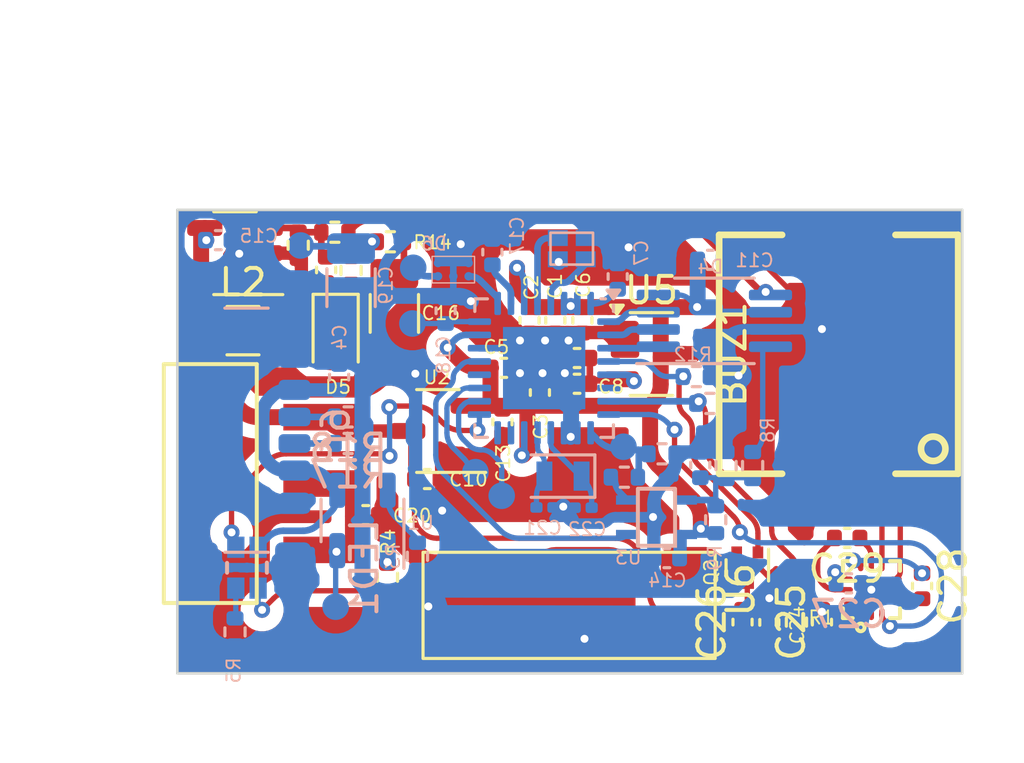
<source format=kicad_pcb>
(kicad_pcb (version 20241229) (generator "pcbnew") (generator_version "9.0")
  (layers (0 "F.Cu" signal) (2 "B.Cu" signal) (13 "F.Paste" user) (15 "B.Paste" user) (5 "F.SilkS" user "F.Silkscreen") (7 "B.SilkS" user "B.Silkscreen") (1 "F.Mask" user) (3 "B.Mask" user) (25 "Edge.Cuts" user))
  (net 0 "")
  (net 1 "+BATT")
  (net 2 "+2V8")
  (net 3 "vbus")
  (net 4 "Net-(D1-VCAP)")
  (net 5 "Net-(LED1---Pad3)")
  (net 6 "Net-(D5-K)")
  (net 7 "Net-(U4-FB)")
  (net 8 "/+SiPM")
  (net 9 "AIn")
  (net 10 "Vibro")
  (net 11 "Sync")
  (net 12 "Net-(U3--)")
  (net 13 "Sound")
  (net 14 "LED")
  (net 15 "Net-(D1-VDDHPA)")
  (net 16 "Net-(D1-PC14)")
  (net 17 "Net-(D1-PC15)")
  (net 18 "A_CS")
  (net 19 "A_SCK")
  (net 20 "A_SDI")
  (net 21 "cmpAdj")
  (net 23 "Net-(D1-OSCOUT)")
  (net 24 "Net-(D1-OSCIN)")
  (net 25 "Net-(D1-RF)")
  (net 26 "GND")
  (net 28 "/B+")
  (net 30 "Net-(LED1---Pad4)")
  (net 31 "HVAdj")
  (net 32 "batLev")
  (net 33 "stat")
  (net 34 "Net-(D5-A)")
  (net 35 "Net-(D6-OUT)")
  (net 36 "Net-(J9-CC1)")
  (net 37 "Net-(J9-CC2)")
  (net 38 "Net-(Q2-D)")
  (net 39 "Net-(U3-+)")
  (net 40 "/swd")
  (net 41 "Net-(U1-PROG)")
  (net 42 "/swc")
  (net 44 "Net-(U6-VO1)")
  (net 45 "Net-(U6-VO2)")
  (net 46 "Net-(U6-VOUT)")
  (net 47 "Net-(U6-CN1)")
  (net 48 "Net-(U6-CP1)")
  (net 49 "Net-(U6-CN2)")
  (net 50 "Net-(U6-CP2)")
  (net 51 "Rst")
  (net 52 "/1.8v")
  (footprint "Capacitor_SMD:C_0402_1005Metric" (layer "F.Cu") (at 74.96 41.27 -90)
    (property "Reference" "C2")
    (property "Value" "22u")
  )
  (footprint "Capacitor_SMD:C_0402_1005Metric" (layer "F.Cu") (at 83.99 52.65 -90)
    (property "Reference" "C24")
    (property "Value" "22u")
  )
  (footprint "Resistor_SMD:R_0402_1005Metric" (layer "F.Cu") (at 85.01 52.64 90)
    (property "Reference" "R1")
    (property "Value" "510k")
  )
  (footprint "Capacitor_SMD:C_0402_1005Metric" (layer "F.Cu") (at 68.79 48.61)
    (property "Reference" "C20")
    (property "Value" "22u")
  )
  (footprint "Capacitor_SMD:C_0402_1005Metric" (layer "F.Cu") (at 76.75 43.66 180)
    (property "Reference" "C8")
    (property "Value" "22u")
  )
  (footprint "easyeda2kicad:W-QFN2020-12_L2.0-W2.0-P0.40-TL-EP0.9" (layer "F.Cu") (at 87.83 51.42 90)
    (property "Reference" "U6")
    (property "Value" "PAM8904EGPR")
  )
  (footprint "Capacitor_SMD:C_0402_1005Metric" (layer "F.Cu") (at 85.97 52.64 90)
    (property "Reference" "C25")
    (property "Value" "2.2u")
  )
  (footprint "Package_TO_SOT_SMD:SOT-23-3" (layer "F.Cu") (at 71.51 45.44 180)
    (property "Reference" "U2")
    (property "Value" "MCP1700")
  )
  (footprint "Capacitor_SMD:C_0402_1005Metric" (layer "F.Cu") (at 89.74 51.28 -90)
    (property "Reference" "C28")
    (property "Value" "1u")
  )
  (footprint "Capacitor_SMD:C_0402_1005Metric" (layer "F.Cu") (at 76.95 41.27 -90)
    (property "Reference" "C6")
    (property "Value" "22u")
  )
  (footprint "My-library:VibroMotor" (layer "F.Cu") (at 80.95 52.01 -90)
    (property "Reference" "M1" (hide yes))
    (property "Value" "Z3OC1T8219731")
  )
  (footprint "Capacitor_SMD:C_0402_1005Metric" (layer "F.Cu") (at 73.94 45.1 -90)
    (property "Reference" "C13")
    (property "Value" "22u")
  )
  (footprint "Resistor_SMD:R_0402_1005Metric" (layer "F.Cu") (at 69.72 38.31 180)
    (property "Reference" "R14")
    (property "Value" "1k")
  )
  (footprint "Capacitor_SMD:C_0402_1005Metric" (layer "F.Cu") (at 75.93 41.27 -90)
    (property "Reference" "C1")
    (property "Value" "22u")
  )
  (footprint "Capacitor_SMD:C_0402_1005Metric" (layer "F.Cu") (at 76.75 42.69 180)
    (property "Reference" "C23" (hide yes))
    (property "Value" "22u")
  )
  (footprint "Resistor_SMD:R_0402_1005Metric" (layer "F.Cu") (at 66.25 38.44 -90)
    (property "Reference" "R15" (hide yes))
    (property "Value" "4.3M")
  )
  (footprint "Resistor_SMD:R_0402_1005Metric" (layer "F.Cu") (at 69.61 50.95 -90)
    (property "Reference" "R4")
    (property "Value" "220")
  )
  (footprint "Capacitor_SMD:C_0402_1005Metric" (layer "F.Cu") (at 73.99 43.06)
    (property "Reference" "C5")
    (property "Value" "22u")
  )
  (footprint "Capacitor_SMD:C_0402_1005Metric" (layer "F.Cu") (at 67.3 39.37 90)
    (property "Reference" "C9" (hide yes))
    (property "Value" "1.5p")
  )
  (footprint "Diode_SMD:D_SOD-323" (layer "F.Cu") (at 67.66 41.79 -90)
    (property "Reference" "D5")
    (property "Value" "BAS16J")
  )
  (footprint "Capacitor_SMD:C_0402_1005Metric" (layer "F.Cu") (at 86.92 49.47 180)
    (property "Reference" "C29")
    (property "Value" "1u")
  )
  (footprint "Capacitor_SMD:C_0402_1005Metric" (layer "F.Cu") (at 82.98 52.64 90)
    (property "Reference" "C26")
    (property "Value" "47n")
  )
  (footprint "Capacitor_SMD:C_0402_1005Metric" (layer "F.Cu") (at 71.11 47.25)
    (property "Reference" "C10")
    (property "Value" "22u")
  )
  (footprint "Resistor_SMD:R_0402_1005Metric" (layer "F.Cu") (at 67.63 37.95)
    (property "Reference" "R13" (hide yes))
    (property "Value" "100M")
  )
  (footprint "Capacitor_SMD:C_0402_1005Metric" (layer "F.Cu") (at 75.35 43.99 90)
    (property "Reference" "C3")
    (property "Value" "22u")
  )
  (footprint "Package_TO_SOT_SMD:SOT-23-3" (layer "F.Cu") (at 79.55 42.54)
    (property "Reference" "U5")
    (property "Value" "MCP1700-1.8")
  )
  (footprint "easyeda2kicad:BUZ-SMD_L9.0-W9.0_PKMCS0909E4000-R1" (layer "F.Cu") (at 86.6 42.55 90)
    (property "Reference" "BUZ1")
    (property "Value" "PKMCS0909E4000-R1")
  )
  (footprint "Package_TO_SOT_SMD:SOT-23-5" (layer "F.Cu") (at 63.87 38.74 180)
    (property "Reference" "U4" (hide yes))
    (property "Value" "AP3015KTR")
  )
  (footprint "Inductor_SMD:L_1206_3216Metric_Pad1.42x1.75mm_HandSolder" (layer "F.Cu") (at 64.17 41.66)
    (property "Reference" "L2")
    (property "Value" "22uH LQH31CN220K03L")
  )
  (footprint "Resistor_SMD:R_0402_1005Metric" (layer "F.Cu") (at 68.24 39.39 90)
    (property "Reference" "R16" (hide yes))
    (property "Value" "100M")
  )
  (footprint "lib:MySwithc" (layer "F.Cu") (at 65.69 47.42)
    (property "Reference" "SW1" (hide yes))
    (property "Value" "SW_DPDT_x2")
  )
  (footprint "Capacitor_SMD:C_1206_3216Metric" (layer "F.Cu") (at 69.87 41.01 90)
    (property "Reference" "C16")
    (property "Value" "22u C3216X5R1V226MTJ00E")
  )
  (footprint "My-library:SOT-723" (layer "F.Cu") (at 83.16 50.59 -90)
    (property "Reference" "Q2")
    (property "Value" "RUM002N05")
  )
  (footprint "lib:conn_mini" (layer "B.Cu") (at 72.922808 46.990205 180)
    (property "Reference" "J4" (hide yes))
    (property "Value" "Conn")
  )
  (footprint "Connector_USB:USB_C_Receptacle_GCT_USB4135-GF-A_6P_TopMnt_Horizontal" (layer "B.Cu") (at 63.0775 45.41 90)
    (property "Reference" "J9")
    (property "Value" "USB_C_Receptacle_PowerOnly_6P")
  )
  (footprint "Package_SO:MSOP-8_3x3mm_P0.65mm" (layer "B.Cu") (at 81.92 41.29)
    (property "Reference" "D4")
    (property "Value" "LTC1662CMS8")
  )
  (footprint "Resistor_SMD:R_0402_1005Metric" (layer "B.Cu") (at 63.87 53.01 -90)
    (property "Reference" "R5")
    (property "Value" "82")
  )
  (footprint "Capacitor_SMD:C_1206_3216Metric" (layer "B.Cu") (at 68.24 40.04 90)
    (property "Reference" "C19")
    (property "Value" "22u C3216X5R1V226MTJ00E")
  )
  (footprint "My-library:TLV320x-SC70" (layer "B.Cu") (at 79.74 48.69 90)
    (property "Reference" "U3")
    (property "Value" "TLV3201AIDCK")
  )
  (footprint "Capacitor_SMD:C_0402_1005Metric" (layer "B.Cu") (at 67.79 43.41 90)
    (property "Reference" "C4")
    (property "Value" "22u")
  )
  (footprint "Resistor_SMD:R_0402_1005Metric" (layer "B.Cu") (at 81.75 44.4)
    (property "Reference" "R2" (hide yes))
    (property "Value" "1M")
  )
  (footprint "Package_TO_SOT_SMD:SOT-23-5" (layer "B.Cu") (at 68.67 48.81 90)
    (property "Reference" "U1")
    (property "Value" "MCP73831")
  )
  (footprint "Resistor_SMD:R_0402_1005Metric" (layer "B.Cu") (at 78.53 47.18)
    (property "Reference" "R7" (hide yes))
    (property "Value" "10k")
  )
  (footprint "lib:conn_mini" (layer "B.Cu") (at 66.34 38.45 -90)
    (property "Reference" "J11" (hide yes))
    (property "Value" "Conn")
  )
  (footprint "Capacitor_SMD:C_0402_1005Metric" (layer "B.Cu") (at 71.8 40.91 -90)
    (property "Reference" "C18")
    (property "Value" "10n")
  )
  (footprint "lib:conn_mini" (layer "B.Cu") (at 78.497364 46.032502 -90)
    (property "Reference" "J8" (hide yes))
    (property "Value" "Conn")
  )
  (footprint "Resistor_SMD:R_0402_1005Metric" (layer "B.Cu") (at 83.36 46.74 -90)
    (property "Reference" "R8")
    (property "Value" "10M")
  )
  (footprint "lib:conn_mini" (layer "B.Cu") (at 82.83 43.35 180)
    (property "Reference" "J3" (hide yes))
    (property "Value" "Conn")
  )
  (footprint "Capacitor_SMD:C_0402_1005Metric" (layer "B.Cu") (at 63.24 38.25 180)
    (property "Reference" "C15")
    (property "Value" "22u")
  )
  (footprint "Resistor_SMD:R_0402_1005Metric" (layer "B.Cu") (at 82.36 46.74 90)
    (property "Reference" "R10" (hide yes))
    (property "Value" "75k")
  )
  (footprint "Capacitor_SMD:C_0402_1005Metric" (layer "B.Cu") (at 80.13 50.23 180)
    (property "Reference" "C14")
    (property "Value" "22u")
  )
  (footprint "Resistor_SMD:R_0402_1005Metric" (layer "B.Cu") (at 68.13 45.91)
    (property "Reference" "R17")
    (property "Value" "5.1k")
  )
  (footprint "My-library:C_0201_0603Metric" (layer "B.Cu") (at 76.98 48.33 180)
    (property "Reference" "C22")
    (property "Value" "10p")
  )
  (footprint "Capacitor_SMD:C_0402_1005Metric" (layer "B.Cu") (at 78.28 39.62 90)
    (property "Reference" "C7")
    (property "Value" "4.7u")
  )
  (footprint "Capacitor_SMD:C_0402_1005Metric" (layer "B.Cu") (at 73.56 38.7 90)
    (property "Reference" "C17")
    (property "Value" "4.7u")
  )
  (footprint "lib:conn_mini" (layer "B.Cu") (at 69.57 42.87 180)
    (property "Reference" "J10" (hide yes))
    (property "Value" "Conn")
  )
  (footprint "Resistor_SMD:R_0402_1005Metric" (layer "B.Cu") (at 81.24 43.39)
    (property "Reference" "R12")
    (property "Value" "100k")
  )
  (footprint "lib:conn_mini" (layer "B.Cu") (at 73.911861 47.880935 180)
    (property "Reference" "J5" (hide yes))
    (property "Value" "Conn")
  )
  (footprint "Resistor_SMD:R_0402_1005Metric" (layer "B.Cu") (at 79.95 46.3)
    (property "Reference" "R6" (hide yes))
    (property "Value" "3k")
  )
  (footprint "Resistor_SMD:R_0402_1005Metric" (layer "B.Cu") (at 68.13 44.91)
    (property "Reference" "R18")
    (property "Value" "5.1k")
  )
  (footprint "Capacitor_SMD:C_0402_1005Metric" (layer "B.Cu") (at 86.98 51.18)
    (property "Reference" "C27")
    (property "Value" "2.2u")
  )
  (footprint "lib:conn_mini" (layer "B.Cu") (at 70.58 39.29 180)
    (property "Reference" "J12" (hide yes))
    (property "Value" "BTAnt")
  )
  (footprint "My-library:NX1612SA" (layer "B.Cu") (at 76.55 38.57 180)
    (property "Reference" "Y1" (hide yes))
    (property "Value" "NX1612SA-32MHz")
  )
  (footprint "lib:conn_mini" (layer "B.Cu") (at 70.55 41.39 180)
    (property "Reference" "J2" (hide yes))
    (property "Value" "Conn")
  )
  (footprint "Capacitor_SMD:C_0402_1005Metric" (layer "B.Cu") (at 81.39 46.72 90)
    (property "Reference" "C12" (hide yes))
    (property "Value" "10n")
  )
  (footprint "lib:conn_mini" (layer "B.Cu") (at 67.66 52.06 180)
    (property "Reference" "J6" (hide yes))
    (property "Value" "Conn")
  )
  (footprint "Capacitor_SMD:C_0402_1005Metric" (layer "B.Cu") (at 81.77 38.99)
    (property "Reference" "C11")
    (property "Value" "22u")
  )
  (footprint "Package_DFN_QFN:QFN-32-1EP_5x5mm_P0.5mm_EP3.1x3.1mm" (layer "B.Cu") (at 75.51 43.07 180)
    (property "Reference" "D1" (hide yes))
    (property "Value" "STM32WBA54KGUx")
  )
  (footprint "lib:conn_mini" (layer "B.Cu") (at 71.15 52.05 180)
    (property "Reference" "J7" (hide yes))
    (property "Value" "Conn")
  )
  (footprint "easyeda2kicad:LED-ARRAY-SMD_0603-4P-L1.6-W1.5-BR-RD" (layer "B.Cu") (at 64.32 50.59 90)
    (property "Reference" "LED1")
    (property "Value" "LTST-C195KGJRKT")
  )
  (footprint "Resistor_SMD:R_0402_1005Metric" (layer "B.Cu") (at 70.74 50.16 -90)
    (property "Reference" "R3")
    (property "Value" "10k")
  )
  (footprint "Resistor_SMD:R_0402_1005Metric" (layer "B.Cu") (at 81.97 48.782962 90)
    (property "Reference" "R9")
    (property "Value" "10M")
  )
  (footprint "My-library:MLPF-WB-04D3" (layer "B.Cu") (at 72.09 39.36 90)
    (property "Reference" "D6")
    (property "Value" "MLPF-WB-04D3")
  )
  (footprint "My-library:Crystal_SMD_2012-2Pin_2.0x1.2mm" (layer "B.Cu") (at 76.22 47.14 180)
    (property "Reference" "Y2" (hide yes))
    (property "Value" "NX2012SA-32.768")
  )
  (footprint "My-library:C_0201_0603Metric" (layer "B.Cu") (at 75.54 48.32)
    (property "Reference" "C21")
    (property "Value" "10p")
  )
  (gr_line (start 91.25 54.57) (end 61.7 54.57) (stroke (width 0.1)) (layer "Edge.Cuts"))
  (gr_line (start 61.7 54.57) (end 61.7 37.11) (stroke (width 0.1)) (layer "Edge.Cuts"))
  (gr_line (start 91.25 37.11) (end 91.25 54.57) (stroke (width 0.1)) (layer "Edge.Cuts"))
  (gr_line (start 61.7 37.11) (end 91.25 37.11) (stroke (width 0.1)) (layer "Edge.Cuts"))
  (segment (start 85.97 53.12) (end 86.15 53.12) (width 0.2) (layer "F.Cu") (net 1))
  (segment (start 78.902893 49.772893) (end 79.177107 50.047107) (width 0.2) (layer "F.Cu") (net 1))
  (segment (start 87.294264 52.34) (end 87.43 52.34) (width 0.2) (layer "F.Cu") (net 1))
  (segment (start 87.83 52.34) (end 87.43 52.34) (width 0.2) (layer "F.Cu") (net 1))
  (segment (start 86.997868 52.167868) (end 87.05 52.22) (width 0.2) (layer "F.Cu") (net 1))
  (segment (start 79.762893 52.222893) (end 80.95 53.41) (width 0.2) (layer "F.Cu") (net 1))
  (segment (start 64.057107 44.627107) (end 62.887893 43.457893) (width 0.6) (layer "F.Cu") (net 1))
  (segment (start 70.864315 49.204315) (end 70.905686 49.245686) (width 0.2) (layer "F.Cu") (net 1))
  (segment (start 86.91 51.82) (end 86.91 51.955736) (width 0.2) (layer "F.Cu") (net 1))
  (segment (start 85.17 53.11) (end 85.19 53.13) (width 0.2) (layer "F.Cu") (net 1))
  (segment (start 79.47 50.754214) (end 79.47 51.515786) (width 0.2) (layer "F.Cu") (net 1))
  (segment (start 71.471371 49.48) (end 78.195786 49.48) (width 0.2) (layer "F.Cu") (net 1))
  (segment (start 70.63 47.25) (end 70.63 48.638629) (width 0.2) (layer "F.Cu") (net 1))
  (segment (start 70.48 45.44) (end 70.3725 45.44) (width 0.5) (layer "F.Cu") (net 1))
  (segment (start 62.595 41.66) (end 62.595 37.9275) (width 0.6) (layer "F.Cu") (net 1))
  (segment (start 82.98 53.12) (end 85.97 53.12) (width 0.2) (layer "F.Cu") (net 1))
  (segment (start 67.19 44.92) (end 64.764214 44.92) (width 0.6) (layer "F.Cu") (net 1))
  (segment (start 67.417107 45.147107) (end 67.19 44.92) (width 0.5) (layer "F.Cu") (net 1))
  (segment (start 62.595 37.9275) (end 62.7325 37.79) (width 0.6) (layer "F.Cu") (net 1))
  (segment (start 70.64 47.31625) (end 70.64 45.6) (width 0.5) (layer "F.Cu") (net 1))
  (segment (start 70.3725 45.44) (end 68.124214 45.44) (width 0.5) (layer "F.Cu") (net 1))
  (segment (start 82.98 53.12) (end 81.24 53.12) (width 0.2) (layer "F.Cu") (net 1))
  (segment (start 83.17 53.11) (end 83.16 53.1) (width 0.2) (layer "F.Cu") (net 1))
  (segment (start 81.26 53.1) (end 80.95 53.41) (width 0.2) (layer "F.Cu") (net 1))
  (segment (start 62.595 42.750786) (end 62.595 41.66) (width 0.6) (layer "F.Cu") (net 1))
  (segment (start 70.64 45.6) (end 70.48 45.44) (width 0.5) (layer "F.Cu") (net 1))
  (segment (start 62.7425 37.85) (end 62.7425 38.2275) (width 0.6) (layer "F.Cu") (net 1))
  (segment (start 86.15 53.12) (end 87.05 52.22) (width 0.2) (layer "F.Cu") (net 1))
  (segment (start 81.24 53.12) (end 80.95 53.41) (width 0.2) (layer "F.Cu") (net 1))
  (segment (start 87.05 52.22) (end 87.082132 52.252132) (width 0.2) (layer "F.Cu") (net 1))
  (via (at 62.79 38.25) (size 0.6) (drill 0.3) (layers "F.Cu" "B.Cu") (net 1))
  (arc (start 78.195786 49.48) (mid 78.578469 49.55612) (end 78.902893 49.772893) (width 0.2) (layer "F.Cu") (net 1))
  (arc (start 64.764214 44.92) (mid 64.381531 44.84388) (end 64.057107 44.627107) (width 0.6) (layer "F.Cu") (net 1))
  (arc (start 67.417107 45.147107) (mid 67.74153 45.36388) (end 68.124214 45.44) (width 0.5) (layer "F.Cu") (net 1))
  (arc (start 70.63 48.638629) (mid 70.690897 48.944776) (end 70.864315 49.204315) (width 0.2) (layer "F.Cu") (net 1))
  (arc (start 86.91 51.955736) (mid 86.932836 52.070541) (end 86.997868 52.167868) (width 0.2) (layer "F.Cu") (net 1))
  (arc (start 87.082132 52.252132) (mid 87.179459 52.317164) (end 87.294264 52.34) (width 0.2) (layer "F.Cu") (net 1))
  (arc (start 79.177107 50.047107) (mid 79.39388 50.371531) (end 79.47 50.754214) (width 0.2) (layer "F.Cu") (net 1))
  (arc (start 70.905686 49.245686) (mid 71.165225 49.419104) (end 71.471371 49.48) (width 0.2) (layer "F.Cu") (net 1))
  (arc (start 62.595 42.750786) (mid 62.67112 43.133469) (end 62.887893 43.457893) (width 0.6) (layer "F.Cu") (net 1))
  (arc (start 79.47 51.515786) (mid 79.54612 51.898469) (end 79.762893 52.222893) (width 0.2) (layer "F.Cu") (net 1))
  (segment (start 76.92 40.77) (end 76.96 40.73) (width 0.25) (layer "F.Cu") (net 2))
  (segment (start 73.51 43.06) (end 73.054214 43.06) (width 0.6) (layer "F.Cu") (net 2))
  (segment (start 74.88 46.19) (end 74.73 46.34) (width 0.6) (layer "F.Cu") (net 2))
  (segment (start 79.91125 42.54) (end 80.80875 42.54) (width 0.6) (layer "F.Cu") (net 2))
  (segment (start 79.792893 46.722893) (end 81.117107 48.047107) (width 0.6) (layer "F.Cu") (net 2))
  (segment (start 79.9 43.675786) (end 79.9 42.66) (width 0.6) (layer "F.Cu") (net 2))
  (segment (start 75.93 40.77) (end 76.92 40.77) (width 0.6) (layer "F.Cu") (net 2))
  (segment (start 75.19 40.77) (end 74.782893 40.362893) (width 0.6) (layer "F.Cu") (net 2))
  (segment (start 79.9 40.78) (end 79.89 40.77) (width 0.6) (layer "F.Cu") (net 2))
  (segment (start 79.01 40.77) (end 79.89 40.77) (width 0.6) (layer "F.Cu") (net 2))
  (segment (start 74.93 44.49) (end 79.5 44.49) (width 0.6) (layer "F.Cu") (net 2))
  (segment (start 73.49 44.189143) (end 73.49 43.270857) (width 0.6) (layer "F.Cu") (net 2))
  (segment (start 81.41 48.754214) (end 81.41 49.12) (width 0.6) (layer "F.Cu") (net 2))
  (segment (start 79.5 44.49) (end 79.607107 44.382893) (width 0.6) (layer "F.Cu") (net 2))
  (segment (start 79.9 42.66) (end 79.9 40.78) (width 0.6) (layer "F.Cu") (net 2))
  (segment (start 79.89 40.77) (end 81.27 40.77) (width 0.6) (layer "F.Cu") (net 2))
  (segment (start 74.93 44.49) (end 72.6475 44.49) (width 0.6) (layer "F.Cu") (net 2))
  (segment (start 74.49 39.655786) (end 74.49 39.29) (width 0.6) (layer "F.Cu") (net 2))
  (segment (start 79.5 44.49) (end 79.5 46.015786) (width 0.6) (layer "F.Cu") (net 2))
  (segment (start 72.347107 42.767107) (end 71.88 42.3) (width 0.6) (layer "F.Cu") (net 2))
  (segment (start 75.93 40.77) (end 75.19 40.77) (width 0.6) (layer "F.Cu") (net 2))
  (segment (start 74.88 44.54) (end 74.88 46.19) (width 0.6) (layer "F.Cu") (net 2))
  (segment (start 77.94 40.77) (end 79.01 40.77) (width 0.6) (layer "F.Cu") (net 2))
  (segment (start 74.93 44.49) (end 74.88 44.54) (width 0.6) (layer "F.Cu") (net 2))
  (segment (start 76.95 40.77) (end 77.94 40.77) (width 0.6) (layer "F.Cu") (net 2))
  (via (at 74.49 39.29) (size 0.6) (drill 0.3) (layers "F.Cu" "B.Cu") (net 2))
  (via (at 81.41 49.12) (size 0.6) (drill 0.3) (layers "F.Cu" "B.Cu") (net 2))
  (via (at 74.67 46.36) (size 0.6) (drill 0.3) (layers "F.Cu" "B.Cu") (net 2))
  (via (at 81.27 40.77) (size 0.6) (drill 0.3) (layers "F.Cu" "B.Cu") (net 2))
  (via (at 71.88 42.3) (size 0.6) (drill 0.3) (layers "F.Cu" "B.Cu") (net 2))
  (via (at 76.51 40.73) (size 0.6) (drill 0.3) (layers "F.Cu" "B.Cu") (net 2))
  (arc (start 81.41 48.754214) (mid 81.33388 48.371531) (end 81.117107 48.047107) (width 0.6) (layer "F.Cu") (net 2))
  (arc (start 79.9 43.675786) (mid 79.82388 44.058469) (end 79.607107 44.382893) (width 0.6) (layer "F.Cu") (net 2))
  (arc (start 79.5 46.015786) (mid 79.57612 46.398469) (end 79.792893 46.722893) (width 0.6) (layer "F.Cu") (net 2))
  (arc (start 74.49 39.655786) (mid 74.56612 40.038469) (end 74.782893 40.362893) (width 0.6) (layer "F.Cu") (net 2))
  (arc (start 73.054214 43.06) (mid 72.671531 42.98388) (end 72.347107 42.767107) (width 0.6) (layer "F.Cu") (net 2))
  (segment (start 74.76 40.6325) (end 74.76 39.891371) (width 0.25) (layer "B.Cu") (net 2))
  (segment (start 72.154264 41.995736) (end 72 42.15) (width 0.25) (layer "B.Cu") (net 2))
  (segment (start 81.95 49.340834) (end 80.97 49.340834) (width 0.25) (layer "B.Cu") (net 2))
  (segment (start 81.95 40.78) (end 81.25 40.78) (width 0.6) (layer "B.Cu") (net 2))
  (segment (start 79.8075 40.315) (end 80.566472 40.315) (width 0.2) (layer "B.Cu") (net 2))
  (segment (start 73.0725 41.82) (end 72.578528 41.82) (width 0.25) (layer "B.Cu") (net 2))
  (segment (start 74.76 45.5075) (end 74.76 46.36) (width 0.25) (layer "B.Cu") (net 2))
  (segment (start 84.4425 40.955) (end 81.955 40.955) (width 0.25) (layer "B.Cu") (net 2))
  (segment (start 80.63 50.285736) (end 80.63 49.414264) (width 0.5) (layer "B.Cu") (net 2))
  (segment (start 74.525685 39.325685) (end 74.49 39.29) (width 0.25) (layer "B.Cu") (net 2))
  (segment (start 76.26 40.6325) (end 76.5075 40.6325) (width 0.25) (layer "B.Cu") (net 2))
  (segment (start 76.5075 40.6325) (end 76.76 40.6325) (width 0.25) (layer "B.Cu") (net 2))
  (segment (start 81.955 40.955) (end 81.77 40.77) (width 0.25) (layer "B.Cu") (net 2))
  (segment (start 80.990736 40.490736) (end 81.27 40.77) (width 0.2) (layer "B.Cu") (net 2))
  (segment (start 81.29 40.56) (end 81.29 39) (width 0.6) (layer "B.Cu") (net 2))
  (arc (start 72.154264 41.995736) (mid 72.348918 41.865672) (end 72.578528 41.82) (width 0.25) (layer "B.Cu") (net 2))
  (arc (start 74.525685 39.325685) (mid 74.699104 39.585224) (end 74.76 39.891371) (width 0.25) (layer "B.Cu") (net 2))
  (arc (start 80.566472 40.315) (mid 80.796082 40.360672) (end 80.990736 40.490736) (width 0.2) (layer "B.Cu") (net 2))
  (segment (start 64.92 46.078629) (end 64.92 44.801371) (width 0.5) (layer "B.Cu") (net 3))
  (segment (start 66.994315 48.965685) (end 67.485686 48.474314) (width 0.25) (layer "B.Cu") (net 3))
  (segment (start 67.280393 47.222893) (end 67.61875 47.56125) (width 0.5) (layer "B.Cu") (net 3))
  (segment (start 66.11 46.93) (end 66.573286 46.93) (width 0.5) (layer "B.Cu") (net 3))
  (segment (start 66.11 46.93) (end 65.771371 46.93) (width 0.5) (layer "B.Cu") (net 3))
  (segment (start 65.831371 43.89) (end 66.11 43.89) (width 0.5) (layer "B.Cu") (net 3))
  (segment (start 65.691371 49.2) (end 66.428629 49.2) (width 0.25) (layer "B.Cu") (net 3))
  (segment (start 65.205685 46.695685) (end 65.154314 46.644314) (width 0.5) (layer "B.Cu") (net 3))
  (segment (start 67.79 43.89) (end 66.11 43.89) (width 0.5) (layer "B.Cu") (net 3))
  (segment (start 67.72 47.908629) (end 67.72 47.6725) (width 0.25) (layer "B.Cu") (net 3))
  (segment (start 64.74 49.82) (end 65.125686 49.434314) (width 0.25) (layer "B.Cu") (net 3))
  (segment (start 65.154315 44.235685) (end 65.265686 44.124314) (width 0.5) (layer "B.Cu") (net 3))
  (arc (start 65.205685 46.695685) (mid 65.465224 46.869104) (end 65.771371 46.93) (width 0.5) (layer "B.Cu") (net 3))
  (arc (start 67.280393 47.222893) (mid 66.95597 47.00612) (end 66.573286 46.93) (width 0.5) (layer "B.Cu") (net 3))
  (arc (start 65.154315 44.235685) (mid 64.980896 44.495224) (end 64.92 44.801371) (width 0.5) (layer "B.Cu") (net 3))
  (arc (start 67.485686 48.474314) (mid 67.659104 48.214775) (end 67.72 47.908629) (width 0.25) (layer "B.Cu") (net 3))
  (arc (start 65.154314 46.644314) (mid 64.980896 46.384775) (end 64.92 46.078629) (width 0.5) (layer "B.Cu") (net 3))
  (arc (start 65.691371 49.2) (mid 65.385225 49.260896) (end 65.125686 49.434314) (width 0.25) (layer "B.Cu") (net 3))
  (arc (start 66.994315 48.965685) (mid 66.734776 49.139104) (end 66.428629 49.2) (width 0.25) (layer "B.Cu") (net 3))
  (arc (start 65.265686 44.124314) (mid 65.525225 43.950896) (end 65.831371 43.89) (width 0.5) (layer "B.Cu") (net 3))
  (segment (start 77.26 40.6325) (end 77.333286 40.6325) (width 0.25) (layer "B.Cu") (net 4))
  (segment (start 78.040393 40.339607) (end 78.28 40.1) (width 0.25) (layer "B.Cu") (net 4))
  (arc (start 78.040393 40.339607) (mid 77.71597 40.55638) (end 77.333286 40.6325) (width 0.25) (layer "B.Cu") (net 4))
  (segment (start 63.9 51.36) (end 63.9 52.47) (width 0.2) (layer "B.Cu") (net 5))
  (segment (start 63.9 52.47) (end 63.87 52.5) (width 0.2) (layer "B.Cu") (net 5))
  (segment (start 69.675 39.91) (end 70.05 39.535) (width 0.25) (layer "F.Cu") (net 6))
  (segment (start 70.05 39.535) (end 69.127893 40.457107) (width 0.4) (layer "F.Cu") (net 6))
  (segment (start 68.36 39.91) (end 69.675 39.91) (width 0.25) (layer "F.Cu") (net 6))
  (segment (start 70.23 39.355) (end 70.05 39.535) (width 0.25) (layer "F.Cu") (net 6))
  (segment (start 68.420786 40.75) (end 67.66 40.75) (width 0.4) (layer "F.Cu") (net 6))
  (segment (start 70.23 38.31) (end 70.23 39.355) (width 0.25) (layer "F.Cu") (net 6))
  (segment (start 67.66 40.75) (end 67.65 40.76) (width 0.4) (layer "F.Cu") (net 6))
  (segment (start 68.36 39.91) (end 67.46 39.91) (width 0.25) (layer "F.Cu") (net 6))
  (segment (start 67.46 39.91) (end 67.41 39.86) (width 0.25) (layer "F.Cu") (net 6))
  (arc (start 69.127893 40.457107) (mid 68.80347 40.67388) (end 68.420786 40.75) (width 0.4) (layer "F.Cu") (net 6))
  (segment (start 66.25 37.83) (end 66.29 37.79) (width 0.25) (layer "F.Cu") (net 7))
  (segment (start 67.12 37.95) (end 66.27 37.95) (width 0.25) (layer "F.Cu") (net 7))
  (segment (start 67.12 38.71) (end 67.3 38.89) (width 0.25) (layer "F.Cu") (net 7))
  (segment (start 66.27 37.95) (end 66.25 37.93) (width 0.25) (layer "F.Cu") (net 7))
  (segment (start 67.3 38.89) (end 68.23 38.89) (width 0.25) (layer "F.Cu") (net 7))
  (segment (start 68.23 38.89) (end 68.24 38.88) (width 0.25) (layer "F.Cu") (net 7))
  (segment (start 66.25 37.93) (end 66.25 37.83) (width 0.25) (layer "F.Cu") (net 7))
  (segment (start 67.12 37.95) (end 67.12 38.71) (width 0.25) (layer "F.Cu") (net 7))
  (segment (start 65.0075 37.79) (end 66.29 37.79) (width 0.25) (layer "F.Cu") (net 7))
  (via (at 69.03 38.3) (size 0.6) (drill 0.3) (layers "F.Cu" "B.Cu") (net 8))
  (segment (start 68.005 38.59) (end 68.02 38.575) (width 0.25) (layer "B.Cu") (net 8))
  (segment (start 69.14 38.24) (end 68.355 38.24) (width 0.25) (layer "B.Cu") (net 8))
  (segment (start 66.3925 38.48) (end 68.1275 38.48) (width 0.25) (layer "B.Cu") (net 8))
  (segment (start 68.355 38.24) (end 68.02 38.575) (width 0.25) (layer "B.Cu") (net 8))
  (segment (start 79.074924 47.18) (end 79.074924 46.16) (width 0.25) (layer "B.Cu") (net 9))
  (segment (start 79.04 46.16) (end 79.05 46.15) (width 0.25) (layer "B.Cu") (net 9))
  (segment (start 79.36 46.15) (end 79.05 46.15) (width 0.25) (layer "B.Cu") (net 9))
  (segment (start 79.05 46.15) (end 78.48 46.15) (width 0.25) (layer "B.Cu") (net 9))
  (segment (start 78.48 46.15) (end 78.44 46.11) (width 0.25) (layer "B.Cu") (net 9))
  (segment (start 77.569607 45.817107) (end 77.26 45.5075) (width 0.25) (layer "B.Cu") (net 9))
  (segment (start 78.44 46.11) (end 78.276714 46.11) (width 0.25) (layer "B.Cu") (net 9))
  (arc (start 77.569607 45.817107) (mid 77.89403 46.03388) (end 78.276714 46.11) (width 0.25) (layer "B.Cu") (net 9))
  (segment (start 83.56 49.291371) (end 83.56 50.015) (width 0.2) (layer "F.Cu") (net 10))
  (segment (start 81.09 45.368528) (end 81.09 46.158629) (width 0.2) (layer "F.Cu") (net 10))
  (segment (start 80.75 43.38) (end 80.59 43.54) (width 0.2) (layer "F.Cu") (net 10))
  (segment (start 80.765736 44.795736) (end 80.914264 44.944264) (width 0.2) (layer "F.Cu") (net 10))
  (segment (start 80.59 43.54) (end 80.59 44.371472) (width 0.2) (layer "F.Cu") (net 10))
  (segment (start 81.324315 46.724315) (end 83.325686 48.725686) (width 0.2) (layer "F.Cu") (net 10))
  (via (at 80.75 43.38) (size 0.6) (drill 0.3) (layers "F.Cu" "B.Cu") (net 10))
  (arc (start 80.59 44.371472) (mid 80.635672 44.601082) (end 80.765736 44.795736) (width 0.2) (layer "F.Cu") (net 10))
  (arc (start 83.56 49.291371) (mid 83.499104 48.985225) (end 83.325686 48.725686) (width 0.2) (layer "F.Cu") (net 10))
  (arc (start 81.09 46.158629) (mid 81.150897 46.464776) (end 81.324315 46.724315) (width 0.2) (layer "F.Cu") (net 10))
  (arc (start 80.914264 44.944264) (mid 81.044328 45.138918) (end 81.09 45.368528) (width 0.2) (layer "F.Cu") (net 10))
  (segment (start 79.525736 42.995736) (end 79.744264 43.214264) (width 0.2) (layer "B.Cu") (net 10))
  (segment (start 80.168528 43.39) (end 80.73 43.39) (width 0.2) (layer "B.Cu") (net 10))
  (segment (start 77.9475 42.82) (end 79.101472 42.82) (width 0.2) (layer "B.Cu") (net 10))
  (arc (start 79.525736 42.995736) (mid 79.331082 42.865672) (end 79.101472 42.82) (width 0.2) (layer "B.Cu") (net 10))
  (arc (start 79.744264 43.214264) (mid 79.938918 43.344328) (end 80.168528 43.39) (width 0.2) (layer "B.Cu") (net 10))
  (segment (start 72.09 43.425685) (end 72.09 43.434315) (width 0.2) (layer "B.Cu") (net 11))
  (segment (start 71.43 44.425685) (end 71.43 46.337199) (width 0.2) (layer "B.Cu") (net 11))
  (segment (start 71.722893 47.044306) (end 73.865694 49.187107) (width 0.2) (layer "B.Cu") (net 11))
  (segment (start 71.972842 43.717158) (end 71.547157 44.142843) (width 0.2) (layer "B.Cu") (net 11))
  (segment (start 74.572801 49.48) (end 78.334315 49.48) (width 0.2) (layer "B.Cu") (net 11))
  (segment (start 78.617158 49.362842) (end 78.64 49.34) (width 0.2) (layer "B.Cu") (net 11))
  (segment (start 72.412842 42.937158) (end 72.207157 43.142843) (width 0.2) (layer "B.Cu") (net 11))
  (segment (start 73.0725 42.82) (end 72.695685 42.82) (width 0.2) (layer "B.Cu") (net 11))
  (arc (start 72.207157 43.142843) (mid 72.120448 43.272612) (end 72.09 43.425685) (width 0.2) (layer "B.Cu") (net 11))
  (arc (start 78.334315 49.48) (mid 78.487389 49.449551) (end 78.617158 49.362842) (width 0.2) (layer "B.Cu") (net 11))
  (arc (start 72.695685 42.82) (mid 72.542611 42.850449) (end 72.412842 42.937158) (width 0.2) (layer "B.Cu") (net 11))
  (arc (start 72.09 43.434315) (mid 72.059552 43.587389) (end 71.972842 43.717158) (width 0.2) (layer "B.Cu") (net 11))
  (arc (start 71.547157 44.142843) (mid 71.460448 44.272612) (end 71.43 44.425685) (width 0.2) (layer "B.Cu") (net 11))
  (arc (start 71.43 46.337199) (mid 71.50612 46.719882) (end 71.722893 47.044306) (width 0.2) (layer "B.Cu") (net 11))
  (arc (start 74.572801 49.48) (mid 74.190118 49.40388) (end 73.865694 49.187107) (width 0.2) (layer "B.Cu") (net 11))
  (segment (start 81.39 47.2) (end 81.97 47.2) (width 0.2) (layer "B.Cu") (net 12))
  (segment (start 80.96 48.04) (end 81.98 48.04) (width 0.25) (layer "B.Cu") (net 12))
  (segment (start 81.97 47.2) (end 83.31 47.2) (width 0.2) (layer "B.Cu") (net 12))
  (segment (start 83.31 47.2) (end 83.36 47.25) (width 0.2) (layer "B.Cu") (net 12))
  (segment (start 81.97 48.1) (end 81.97 47.2) (width 0.2) (layer "B.Cu") (net 12))
  (segment (start 82.88 49.231371) (end 82.88 49.25) (width 0.2) (layer "F.Cu") (net 13))
  (segment (start 80.42 45.39) (end 80.42 46.108629) (width 0.2) (layer "F.Cu") (net 13))
  (segment (start 80.654315 46.674315) (end 82.645686 48.665686) (width 0.2) (layer "F.Cu") (net 13))
  (segment (start 88.23 52.34) (end 88.23 52.365736) (width 0.2) (layer "F.Cu") (net 13))
  (segment (start 88.317868 52.577868) (end 88.53 52.79) (width 0.2) (layer "F.Cu") (net 13))
  (via (at 82.88 49.25) (size 0.6) (drill 0.3) (layers "F.Cu" "B.Cu") (net 13))
  (via (at 80.42 45.39) (size 0.6) (drill 0.3) (layers "F.Cu" "B.Cu") (net 13))
  (via (at 88.53 52.79) (size 0.6) (drill 0.3) (layers "F.Cu" "B.Cu") (net 13))
  (arc (start 80.42 46.108629) (mid 80.480897 46.414776) (end 80.654315 46.674315) (width 0.2) (layer "F.Cu") (net 13))
  (arc (start 82.88 49.231371) (mid 82.819104 48.925225) (end 82.645686 48.665686) (width 0.2) (layer "F.Cu") (net 13))
  (arc (start 88.317868 52.577868) (mid 88.252836 52.480541) (end 88.23 52.365736) (width 0.2) (layer "F.Cu") (net 13))
  (segment (start 90.47 51.625786) (end 90.47 50.914214) (width 0.2) (layer "B.Cu") (net 13))
  (segment (start 90.177107 50.207107) (end 89.912893 49.942893) (width 0.2) (layer "B.Cu") (net 13))
  (segment (start 88.53 52.79) (end 89.305786 52.79) (width 0.2) (layer "B.Cu") (net 13))
  (segment (start 80.142893 45.112893) (end 80.42 45.39) (width 0.2) (layer "B.Cu") (net 13))
  (segment (start 89.205786 49.65) (end 83.694214 49.65) (width 0.2) (layer "B.Cu") (net 13))
  (segment (start 82.987107 49.357107) (end 82.88 49.25) (width 0.2) (layer "B.Cu") (net 13))
  (segment (start 77.9475 44.82) (end 79.435786 44.82) (width 0.2) (layer "B.Cu") (net 13))
  (segment (start 90.012893 52.497107) (end 90.177107 52.332893) (width 0.2) (layer "B.Cu") (net 13))
  (arc (start 80.142893 45.112893) (mid 79.81847 44.89612) (end 79.435786 44.82) (width 0.2) (layer "B.Cu") (net 13))
  (arc (start 90.47 50.914214) (mid 90.39388 50.53153) (end 90.177107 50.207107) (width 0.2) (layer "B.Cu") (net 13))
  (arc (start 89.912893 49.942893) (mid 89.58847 49.72612) (end 89.205786 49.65) (width 0.2) (layer "B.Cu") (net 13))
  (arc (start 89.305786 52.79) (mid 89.688469 52.71388) (end 90.012893 52.497107) (width 0.2) (layer "B.Cu") (net 13))
  (arc (start 90.177107 52.332893) (mid 90.39388 52.008469) (end 90.47 51.625786) (width 0.2) (layer "B.Cu") (net 13))
  (arc (start 83.694214 49.65) (mid 83.311531 49.57388) (end 82.987107 49.357107) (width 0.2) (layer "B.Cu") (net 13))
  (segment (start 69.72 46.3) (end 69.8 46.38) (width 0.2) (layer "F.Cu") (net 14))
  (segment (start 64.032893 47.647107) (end 65.087107 46.592893) (width 0.2) (layer "F.Cu") (net 14))
  (segment (start 71.687107 45.127107) (end 71.352893 44.792893) (width 0.2) (layer "F.Cu") (net 14))
  (segment (start 63.74 49.26) (end 63.74 48.354214) (width 0.2) (layer "F.Cu") (net 14))
  (segment (start 70.645786 44.5) (end 69.87 44.5) (width 0.2) (layer "F.Cu") (net 14))
  (segment (start 72.96 45.42) (end 72.394214 45.42) (width 0.2) (layer "F.Cu") (net 14))
  (segment (start 65.794214 46.3) (end 69.72 46.3) (width 0.2) (layer "F.Cu") (net 14))
  (via (at 69.68 44.54) (size 0.6) (drill 0.3) (layers "F.Cu" "B.Cu") (net 14))
  (via (at 69.69 46.38) (size 0.6) (drill 0.3) (layers "F.Cu" "B.Cu") (net 14))
  (via (at 73 45.42) (size 0.6) (drill 0.3) (layers "F.Cu" "B.Cu") (net 14))
  (via (at 63.74 49.26) (size 0.6) (drill 0.3) (layers "F.Cu" "B.Cu") (net 14))
  (arc (start 71.352893 44.792893) (mid 71.02847 44.57612) (end 70.645786 44.5) (width 0.2) (layer "F.Cu") (net 14))
  (arc (start 72.394214 45.42) (mid 72.011531 45.34388) (end 71.687107 45.127107) (width 0.2) (layer "F.Cu") (net 14))
  (arc (start 63.74 48.354214) (mid 63.81612 47.971531) (end 64.032893 47.647107) (width 0.2) (layer "F.Cu") (net 14))
  (arc (start 65.794214 46.3) (mid 65.411531 46.37612) (end 65.087107 46.592893) (width 0.2) (layer "F.Cu") (net 14))
  (segment (start 69.69 44.63) (end 69.63 44.57) (width 0.2) (layer "B.Cu") (net 14))
  (segment (start 69.69 46.38) (end 69.69 44.63) (width 0.2) (layer "B.Cu") (net 14))
  (segment (start 73.0725 44.82) (end 73.0725 45.3075) (width 0.2) (layer "B.Cu") (net 14))
  (segment (start 73.0725 45.3075) (end 72.96 45.42) (width 0.2) (layer "B.Cu") (net 14))
  (segment (start 73.61 39.294315) (end 73.61 39.21) (width 0.25) (layer "B.Cu") (net 15))
  (segment (start 74.26 40.6325) (end 74.26 40.275685) (width 0.25) (layer "B.Cu") (net 15))
  (segment (start 74.142842 39.992842) (end 73.727157 39.577157) (width 0.25) (layer "B.Cu") (net 15))
  (arc (start 74.142842 39.992842) (mid 74.229551 40.122611) (end 74.26 40.275685) (width 0.25) (layer "B.Cu") (net 15))
  (arc (start 73.727157 39.577157) (mid 73.640448 39.447388) (end 73.61 39.294315) (width 0.25) (layer "B.Cu") (net 15))
  (segment (start 75.26 45.5075) (end 75.26 46.024315) (width 0.2) (layer "B.Cu") (net 16))
  (segment (start 75.52 46.615685) (end 75.52 47.21) (width 0.2) (layer "B.Cu") (net 16))
  (segment (start 75.22 47.924214) (end 75.22 48.32) (width 0.2) (layer "B.Cu") (net 16))
  (segment (start 75.377158 46.307158) (end 75.402843 46.332843) (width 0.2) (layer "B.Cu") (net 16))
  (segment (start 75.512893 47.217107) (end 75.52 47.21) (width 0.2) (layer "B.Cu") (net 16))
  (arc (start 75.26 46.024315) (mid 75.290448 46.177389) (end 75.377158 46.307158) (width 0.2) (layer "B.Cu") (net 16))
  (arc (start 75.22 47.924214) (mid 75.29612 47.541531) (end 75.512893 47.217107) (width 0.2) (layer "B.Cu") (net 16))
  (arc (start 75.52 46.615685) (mid 75.489552 46.462612) (end 75.402843 46.332843) (width 0.2) (layer "B.Cu") (net 16))
  (segment (start 77.3 48.004214) (end 77.3 48.33) (width 0.2) (layer "B.Cu") (net 17))
  (segment (start 75.847868 46.117868) (end 76.92 47.19) (width 0.2) (layer "B.Cu") (net 17))
  (segment (start 76.92 47.19) (end 76.92 47.21) (width 0.2) (layer "B.Cu") (net 17))
  (segment (start 75.76 45.5075) (end 75.76 45.905736) (width 0.2) (layer "B.Cu") (net 17))
  (segment (start 77.007107 47.297107) (end 76.92 47.21) (width 0.2) (layer "B.Cu") (net 17))
  (arc (start 75.76 45.905736) (mid 75.782836 46.020541) (end 75.847868 46.117868) (width 0.2) (layer "B.Cu") (net 17))
  (arc (start 77.3 48.004214) (mid 77.22388 47.621531) (end 77.007107 47.297107) (width 0.2) (layer "B.Cu") (net 17))
  (segment (start 77.9475 42.32) (end 80.1525 42.32) (width 0.25) (layer "B.Cu") (net 18))
  (segment (start 80.1525 42.32) (end 80.2175 42.255) (width 0.25) (layer "B.Cu") (net 18))
  (segment (start 78.869264 41.615) (end 79.9675 41.615) (width 0.25) (layer "B.Cu") (net 19))
  (segment (start 78.627868 41.732132) (end 78.657132 41.702868) (width 0.25) (layer "B.Cu") (net 19))
  (segment (start 77.9475 41.82) (end 78.415736 41.82) (width 0.25) (layer "B.Cu") (net 19))
  (arc (start 78.657132 41.702868) (mid 78.754459 41.637836) (end 78.869264 41.615) (width 0.25) (layer "B.Cu") (net 19))
  (arc (start 78.627868 41.732132) (mid 78.530541 41.797164) (end 78.415736 41.82) (width 0.25) (layer "B.Cu") (net 19))
  (segment (start 79.8075 40.965) (end 78.850685 40.965) (width 0.25) (layer "B.Cu") (net 20))
  (segment (start 78.567842 41.082158) (end 78.447157 41.202843) (width 0.25) (layer "B.Cu") (net 20))
  (segment (start 78.164315 41.32) (end 77.9475 41.32) (width 0.25) (layer "B.Cu") (net 20))
  (arc (start 78.164315 41.32) (mid 78.317388 41.289552) (end 78.447157 41.202843) (width 0.25) (layer "B.Cu") (net 20))
  (arc (start 78.567842 41.082158) (mid 78.697611 40.995449) (end 78.850685 40.965) (width 0.25) (layer "B.Cu") (net 20))
  (segment (start 83.74 42.23) (end 83.74 45.578629) (width 0.2) (layer "B.Cu") (net 21))
  (segment (start 83.505685 46.144315) (end 83.42 46.23) (width 0.2) (layer "B.Cu") (net 21))
  (arc (start 83.505685 46.144315) (mid 83.679104 45.884776) (end 83.74 45.578629) (width 0.2) (layer "B.Cu") (net 21))
  (segment (start 75.665685 38.17) (end 76.025 38.17) (width 0.25) (layer "B.Cu") (net 23))
  (segment (start 75.377158 38.292842) (end 75.382843 38.287157) (width 0.25) (layer "B.Cu") (net 23))
  (segment (start 76.106371 38.185) (end 76.255 38.185) (width 0.25) (layer "B.Cu") (net 23))
  (segment (start 75.26 40.6325) (end 75.26 38.575685) (width 0.25) (layer "B.Cu") (net 23))
  (arc (start 75.382843 38.287157) (mid 75.512612 38.200448) (end 75.665685 38.17) (width 0.25) (layer "B.Cu") (net 23))
  (arc (start 75.377158 38.292842) (mid 75.290449 38.422611) (end 75.26 38.575685) (width 0.25) (layer "B.Cu") (net 23))
  (segment (start 76.154264 39.85) (end 76.245736 39.85) (width 0.25) (layer "B.Cu") (net 24))
  (segment (start 77.075 39.145) (end 77.075 38.97) (width 0.25) (layer "B.Cu") (net 24))
  (segment (start 76.457868 39.762132) (end 77.075 39.145) (width 0.25) (layer "B.Cu") (net 24))
  (segment (start 75.847868 40.032132) (end 75.942132 39.937868) (width 0.25) (layer "B.Cu") (net 24))
  (segment (start 75.76 40.6325) (end 75.76 40.244264) (width 0.25) (layer "B.Cu") (net 24))
  (arc (start 75.847868 40.032132) (mid 75.782836 40.129459) (end 75.76 40.244264) (width 0.25) (layer "B.Cu") (net 24))
  (arc (start 76.245736 39.85) (mid 76.360541 39.827164) (end 76.457868 39.762132) (width 0.25) (layer "B.Cu") (net 24))
  (arc (start 76.154264 39.85) (mid 76.039459 39.872836) (end 75.942132 39.937868) (width 0.25) (layer "B.Cu") (net 24))
  (segment (start 72.667 39.61) (end 72.701472 39.61) (width 0.25) (layer "B.Cu") (net 25))
  (segment (start 73.125736 39.785736) (end 73.76 40.42) (width 0.25) (layer "B.Cu") (net 25))
  (segment (start 73.76 40.42) (end 73.76 40.6325) (width 0.25) (layer "B.Cu") (net 25))
  (arc (start 73.125736 39.785736) (mid 72.931082 39.655672) (end 72.701472 39.61) (width 0.25) (layer "B.Cu") (net 25))
  (segment (start 73.94 45.58) (end 73.94 45.665736) (width 0.6) (layer "F.Cu") (net 26))
  (segment (start 63.87 38.92) (end 63.87 40.045786) (width 0.5) (layer "F.Cu") (net 26))
  (segment (start 83.122893 46.482893) (end 84.78 48.14) (width 0.5) (layer "F.Cu") (net 26))
  (segment (start 66.335736 38.915736) (end 66.37 38.95) (width 0.5) (layer "F.Cu") (net 26))
  (segment (start 72.925786 46.39) (end 72.6475 46.39) (width 0.6) (layer "F.Cu") (net 26))
  (segment (start 64.03 38.76) (end 63.87 38.92) (width 0.5) (layer "F.Cu") (net 26))
  (segment (start 64.162893 40.752893) (end 64.17 40.76) (width 0.5) (layer "F.Cu") (net 26))
  (segment (start 88.75 51.42) (end 87.83 51.42) (width 0.2) (layer "F.Cu") (net 26))
  (segment (start 64.462893 43.162893) (end 64.787107 43.487107) (width 0.8) (layer "F.Cu") (net 26))
  (segment (start 72.89 41.08) (end 73.537107 41.727107) (width 1) (layer "F.Cu") (net 26))
  (segment (start 77.955786 38.24) (end 72.91 38.24) (width 0.8) (layer "F.Cu") (net 26))
  (segment (start 73.852132 45.877868) (end 73.632893 46.097107) (width 0.6) (layer "F.Cu") (net 26))
  (segment (start 66.85 40.958528) (end 66.85 40.981472) (width 0.5) (layer "F.Cu") (net 26))
  (segment (start 74.66 42.03) (end 74.66 42.02) (width 0.25) (layer "F.Cu") (net 26))
  (segment (start 83.184264 50.59) (end 83.495736 50.59) (width 0.2) (layer "F.Cu") (net 26))
  (segment (start 78.6 38.47) (end 78.85 38.72) (width 0.25) (layer "F.Cu") (net 26))
  (segment (start 67.781371 41.83) (end 68.65 41.83) (width 0.5) (layer "F.Cu") (net 26))
  (segment (start 82.76 50.015) (end 82.76 50.165736) (width 0.2) (layer "F.Cu") (net 26))
  (segment (start 78.2525 41.75) (end 78.4125 41.59) (width 0.2) (layer "F.Cu") (net 26))
  (segment (start 76.21 41.9) (end 76.38 41.73) (width 0.25) (layer "F.Cu") (net 26))
  (segment (start 69.222893 43.487107) (end 69.87 42.84) (width 0.8) (layer "F.Cu") (net 26))
  (segment (start 74.244214 42.02) (end 74.66 42.02) (width 1) (layer "F.Cu") (net 26))
  (segment (start 66.37 38.95) (end 66.37 39.981472) (width 0.5) (layer "F.Cu") (net 26))
  (segment (start 64.17 40.76) (end 64.17 42.455786) (width 0.8) (layer "F.Cu") (net 26))
  (segment (start 76.95 41.73) (end 76.38 41.73) (width 0.5) (layer "F.Cu") (net 26))
  (segment (start 66.545736 40.405736) (end 66.674264 40.534264) (width 0.5) (layer "F.Cu") (net 26))
  (segment (start 64.03 38.76) (end 64.9875 38.76) (width 0.5) (layer "F.Cu") (net 26))
  (segment (start 83.99 51.084264) (end 83.99 51.74) (width 0.2) (layer "F.Cu") (net 26))
  (segment (start 64.9875 38.76) (end 65.0075 38.74) (width 0.5) (layer "F.Cu") (net 26))
  (segment (start 72.53 38.24) (end 71.67 38.24) (width 0.8) (layer "F.Cu") (net 26))
  (segment (start 86.13 41.5) (end 81.99 37.36) (width 0.2) (layer "F.Cu") (net 26))
  (segment (start 82.83 43.35) (end 82.83 45.775786) (width 0.5) (layer "F.Cu") (net 26))
  (segment (start 76.94875 41.73) (end 78.25125 41.73) (width 0.5) (layer "F.Cu") (net 26))
  (segment (start 65.0075 38.74) (end 65.911472 38.74) (width 0.5) (layer "F.Cu") (net 26))
  (segment (start 64.07 38.8) (end 64.03 38.76) (width 0.5) (layer "F.Cu") (net 26))
  (segment (start 83.99 51.74) (end 83.99 52.17) (width 0.2) (layer "F.Cu") (net 26))
  (segment (start 72.91 38.24) (end 72.53 38.24) (width 0.8) (layer "F.Cu") (net 26))
  (segment (start 83.707868 50.677868) (end 83.902132 50.872132) (width 0.2) (layer "F.Cu") (net 26))
  (segment (start 73.18 40.54) (end 73.18 38.51) (width 0.8) (layer "F.Cu") (net 26))
  (segment (start 74.66 42.02) (end 73.18 40.54) (width 0.8) (layer "F.Cu") (net 26))
  (segment (start 69.87 42.84) (end 69.87 42.485) (width 0.8) (layer "F.Cu") (net 26))
  (segment (start 76.38 41.73) (end 74.96 41.73) (width 0.5) (layer "F.Cu") (net 26))
  (segment (start 67.025736 41.405736) (end 67.215686 41.595686) (width 0.5) (layer "F.Cu") (net 26))
  (segment (start 82.847868 50.377868) (end 82.972132 50.502132) (width 0.2) (layer "F.Cu") (net 26))
  (segment (start 65.494214 43.78) (end 68.515786 43.78) (width 0.8) (layer "F.Cu") (net 26))
  (segment (start 74.3 41.66) (end 74.66 42.02) (width 0.5) (layer "F.Cu") (net 26))
  (segment (start 71.773553 51.173553) (end 69.346446 48.746446) (width 0.8) (layer "F.Cu") (net 26))
  (via (at 82.83 43.35) (size 0.6) (drill 0.3) (layers "F.Cu" "B.Cu") (net 26))
  (via (at 76.06 39.07) (size 0.6) (drill 0.3) (layers "F.Cu" "B.Cu") (net 26))
  (via (at 85.97 41.6) (size 0.6) (drill 0.3) (layers "F.Cu" "B.Cu") (net 26))
  (via (at 75.545 42.03) (size 0.6) (drill 0.3) (layers "F.Cu" "B.Cu") (net 26))
  (via (at 74.6 42.03) (size 0.6) (drill 0.3) (layers "F.Cu" "B.Cu") (net 26))
  (via (at 77.03 53.27) (size 0.6) (drill 0.3) (layers "F.Cu" "B.Cu") (net 26))
  (via (at 76.29 43.26) (size 0.6) (drill 0.3) (layers "F.Cu" "B.Cu") (net 26))
  (via (at 76.51 45.66) (size 0.6) (drill 0.3) (layers "F.Cu" "B.Cu") (net 26))
  (via (at 70.66 43.28) (size 0.6) (drill 0.3) (layers "F.Cu" "B.Cu") (net 26))
  (via (at 72.37 38.4) (size 0.6) (drill 0.3) (layers "F.Cu" "B.Cu") (net 26))
  (via (at 79.61 48.68) (size 0.6) (drill 0.3) (layers "F.Cu" "B.Cu") (net 26))
  (via (at 72.75 40.55) (size 0.6) (drill 0.3) (layers "F.Cu" "B.Cu") (net 26))
  (via (at 87.83 51.42) (size 0.6) (drill 0.3) (layers "F.Cu" "B.Cu") (net 26))
  (via (at 76.43 42.03) (size 0.6) (drill 0.3) (layers "F.Cu" "B.Cu") (net 26))
  (via (at 78.69 38.52) (size 0.6) (drill 0.3) (layers "F.Cu" "B.Cu") (net 26))
  (via (at 71.67 48.44) (size 0.6) (drill 0.3) (layers "F.Cu" "B.Cu") (net 26))
  (via (at 74.6 43.26) (size 0.6) (drill 0.3) (layers "F.Cu" "B.Cu") (net 26))
  (via (at 71.15 52.05) (size 0.6) (drill 0.3) (layers "F.Cu" "B.Cu") (net 26))
  (via (at 64.03 38.76) (size 0.6) (drill 0.3) (layers "F.Cu" "B.Cu") (net 26))
  (via (at 75.45 43.26) (size 0.6) (drill 0.3) (layers "F.Cu" "B.Cu") (net 26))
  (via (at 85.97 52.25) (size 0.6) (drill 0.3) (layers "F.Cu" "B.Cu") (net 26))
  (via (at 76.23 48.29) (size 0.6) (drill 0.3) (layers "F.Cu" "B.Cu") (net 26))
  (via (at 83.99 51.74) (size 0.6) (drill 0.3) (layers "F.Cu" "B.Cu") (net 26))
  (arc (start 66.545736 40.405736) (mid 66.415672 40.211082) (end 66.37 39.981472) (width 0.5) (layer "F.Cu") (net 26))
  (arc (start 65.911472 38.74) (mid 66.141082 38.785672) (end 66.335736 38.915736) (width 0.5) (layer "F.Cu") (net 26))
  (arc (start 66.85 40.958528) (mid 66.804328 40.728918) (end 66.674264 40.534264) (width 0.5) (layer "F.Cu") (net 26))
  (arc (start 73.537107 41.727107) (mid 73.86153 41.94388) (end 74.244214 42.02) (width 1) (layer "F.Cu") (net 26))
  (arc (start 82.972132 50.502132) (mid 83.069459 50.567164) (end 83.184264 50.59) (width 0.2) (layer "F.Cu") (net 26))
  (arc (start 64.787107 43.487107) (mid 65.111531 43.70388) (end 65.494214 43.78) (width 0.8) (layer "F.Cu") (net 26))
  (arc (start 83.902132 50.872132) (mid 83.967164 50.969459) (end 83.99 51.084264) (width 0.2) (layer "F.Cu") (net 26))
  (arc (start 83.495736 50.59) (mid 83.610541 50.612836) (end 83.707868 50.677868) (width 0.2) (layer "F.Cu") (net 26))
  (arc (start 69.222893 43.487107) (mid 68.89847 43.70388) (end 68.515786 43.78) (width 0.8) (layer "F.Cu") (net 26))
  (arc (start 82.847868 50.377868) (mid 82.782836 50.280541) (end 82.76 50.165736) (width 0.2) (layer "F.Cu") (net 26))
  (arc (start 66.85 40.981472) (mid 66.895672 41.211082) (end 67.025736 41.405736) (width 0.5) (layer "F.Cu") (net 26))
  (arc (start 73.94 45.665736) (mid 73.917164 45.780541) (end 73.852132 45.877868) (width 0.6) (layer "F.Cu") (net 26))
  (arc (start 67.215686 41.595686) (mid 67.475225 41.769104) (end 67.781371 41.83) (width 0.5) (layer "F.Cu") (net 26))
  (arc (start 73.632893 46.097107) (mid 73.30847 46.31388) (end 72.925786 46.39) (width 0.6) (layer "F.Cu") (net 26))
  (arc (start 78.662893 38.532893) (mid 78.33847 38.31612) (end 77.955786 38.24) (width 0.8) (layer "F.Cu") (net 26))
  (arc (start 83.122893 46.482893) (mid 82.90612 46.15847) (end 82.83 45.775786) (width 0.5) (layer "F.Cu") (net 26))
  (arc (start 64.17 42.455786) (mid 64.24612 42.838469) (end 64.462893 43.162893) (width 0.8) (layer "F.Cu") (net 26))
  (arc (start 63.87 40.045786) (mid 63.94612 40.428469) (end 64.162893 40.752893) (width 0.5) (layer "F.Cu") (net 26))
  (segment (start 72.667 39.11) (end 72.667 38.623) (width 0.25) (layer "B.Cu") (net 26))
  (segment (start 68.67 44.574214) (end 68.67 42.3) (width 0.6) (layer "B.Cu") (net 26))
  (segment (start 68.67 49.9475) (end 68.67 48.74) (width 0.6) (layer "B.Cu") (net 26))
  (segment (start 76.23 48.362893) (end 76.23 48.19) (width 0.4) (layer "B.Cu") (net 26))
  (segment (start 82.36 43.82) (end 82.83 43.35) (width 0.5) (layer "B.Cu") (net 26))
  (segment (start 85.84 41.56) (end 85.84 41) (width 0.6) (layer "B.Cu") (net 26))
  (segment (start 72.667 39.11) (end 71.513 39.11) (width 0.25) (layer "B.Cu") (net 26))
  (segment (start 62.53 50.59) (end 66.11 50.59) (width 0.25) (layer "B.Cu") (net 26))
  (segment (start 69.46 40.12) (end 69.69 40.35) (width 0.25) (layer "B.Cu") (net 26))
  (segment (start 68.67 48.74) (end 68.67 44.574214) (width 0.6) (layer "B.Cu") (net 26))
  (segment (start 76.5225 45.5075) (end 76.5225 44.0825) (width 0.6) (layer "B.Cu") (net 26))
  (segment (start 80.46 46.545786) (end 80.46 46.3) (width 0.5) (layer "B.Cu") (net 26))
  (segment (start 78.427107 48.69) (end 79.63 48.69) (width 0.4) (layer "B.Cu") (net 26))
  (segment (start 73.0725 42.32) (end 74.23 42.32) (width 0.25) (layer "B.Cu") (net 26))
  (segment (start 70.67 47.195786) (end 70.67 43.087107) (width 0.5) (layer "B.Cu") (net 26))
  (segment (start 68.68 48.75) (end 68.67 48.74) (width 0.25) (layer "B.Cu") (net 26))
  (segment (start 84.4425 41.605) (end 85.795 41.605) (width 0.4) (layer "B.Cu") (net 26))
  (segment (start 71.513 39.11) (end 71.513 38.607) (width 0.25) (layer "B.Cu") (net 26))
  (segment (start 76.26 45.5075) (end 76.5225 45.5075) (width 0.25) (layer "B.Cu") (net 26))
  (segment (start 85.665 41.385) (end 85.84 41.56) (width 0.25) (layer "B.Cu") (net 26))
  (segment (start 79.64 50.162893) (end 79.64 48.7) (width 0.5) (layer "B.Cu") (net 26))
  (segment (start 72.897107 49.837107) (end 70.962893 47.902893) (width 0.5) (layer "B.Cu") (net 26))
  (segment (start 69.69 40.35) (end 72.301472 40.35) (width 0.6) (layer "B.Cu") (net 26))
  (segment (start 74.23 42.32) (end 74.52 42.03) (width 0.25) (layer "B.Cu") (net 26))
  (segment (start 79.65 50.23) (end 79.55 50.13) (width 0.5) (layer "B.Cu") (net 26))
  (segment (start 68.67 51.05) (end 68.67 50.009375) (width 0.6) (layer "B.Cu") (net 26))
  (segment (start 77.907158 48.812842) (end 77.912843 48.807157) (width 0.4) (layer "B.Cu") (net 26))
  (segment (start 78.195685 48.69) (end 78.64 48.69) (width 0.4) (layer "B.Cu") (net 26))
  (segment (start 79.55 50.13) (end 73.604214 50.13) (width 0.5) (layer "B.Cu") (net 26))
  (segment (start 82.36 46.23) (end 82.36 43.82) (width 0.5) (layer "B.Cu") (net 26))
  (segment (start 84.4425 41.605) (end 83.089214 41.605) (width 0.4) (layer "B.Cu") (net 26))
  (segment (start 76.5225 45.5075) (end 76.76 45.5075) (width 0.25) (layer "B.Cu") (net 26))
  (segment (start 79.63 48.69) (end 79.64 48.7) (width 0.4) (layer "B.Cu") (net 26))
  (segment (start 69.46 39.514214) (end 69.46 40.12) (width 0.4) (layer "B.Cu") (net 26))
  (segment (start 85.84 41) (end 85.84 39.204214) (width 0.6) (layer "B.Cu") (net 26))
  (segment (start 82.36 46.23) (end 80.53 46.23) (width 0.5) (layer "B.Cu") (net 26))
  (segment (start 85.795 41.605) (end 85.84 41.56) (width 0.25) (layer "B.Cu") (net 26))
  (segment (start 77.624315 48.93) (end 76.797107 48.93) (width 0.4) (layer "B.Cu") (net 26))
  (segment (start 64.944214 37.44) (end 78.88 37.44) (width 0.4) (layer "B.Cu") (net 26))
  (segment (start 76.443553 48.783553) (end 76.376446 48.716446) (width 0.4) (layer "B.Cu") (net 26))
  (segment (start 72.09 39.11) (end 72.09 40.22) (width 0.25) (layer "B.Cu") (net 26))
  (segment (start 82.382107 41.897893) (end 82.24 42.04) (width 0.4) (layer "B.Cu") (net 26))
  (segment (start 72.725736 40.525736) (end 72.75 40.55) (width 0.6) (layer "B.Cu") (net 26))
  (segment (start 79.64 48.7) (end 79.64 48.194214) (width 0.5) (layer "B.Cu") (net 26))
  (segment (start 79.932893 47.487107) (end 80.167107 47.252893) (width 0.5) (layer "B.Cu") (net 26))
  (segment (start 76.5225 44.0825) (end 75.51 43.07) (width 0.25) (layer "B.Cu") (net 26))
  (segment (start 70.277107 38.282893) (end 69.752893 38.807107) (width 0.4) (layer "B.Cu") (net 26))
  (segment (start 63.72 38.25) (end 64.237107 37.732893) (width 0.4) (layer "B.Cu") (net 26))
  (arc (start 76.23 48.362893) (mid 76.26806 48.554234) (end 76.376446 48.716446) (width 0.4) (layer "B.Cu") (net 26))
  (arc (start 70.962893 47.902893) (mid 70.74612 47.578469) (end 70.67 47.195786) (width 0.5) (layer "B.Cu") (net 26))
  (arc (start 70.984214 37.99) (mid 70.601531 38.06612) (end 70.277107 38.282893) (width 0.4) (layer "B.Cu") (net 26))
  (arc (start 77.907158 48.812842) (mid 77.777389 48.899551) (end 77.624315 48.93) (width 0.4) (layer "B.Cu") (net 26))
  (arc (start 80.167107 47.252893) (mid 80.38388 46.92847) (end 80.46 46.545786) (width 0.5) (layer "B.Cu") (net 26))
  (arc (start 69.46 39.514214) (mid 69.53612 39.131531) (end 69.752893 38.807107) (width 0.4) (layer "B.Cu") (net 26))
  (arc (start 79.932893 47.487107) (mid 79.71612 47.81153) (end 79.64 48.194214) (width 0.5) (layer "B.Cu") (net 26))
  (arc (start 82.382107 41.897893) (mid 82.70653 41.68112) (end 83.089214 41.605) (width 0.4) (layer "B.Cu") (net 26))
  (arc (start 78.195685 48.69) (mid 78.042612 48.720448) (end 77.912843 48.807157) (width 0.4) (layer "B.Cu") (net 26))
  (arc (start 73.604214 50.13) (mid 73.221531 50.05388) (end 72.897107 49.837107) (width 0.5) (layer "B.Cu") (net 26))
  (arc (start 72.301472 40.35) (mid 72.531082 40.395672) (end 72.725736 40.525736) (width 0.6) (layer "B.Cu") (net 26))
  (arc (start 76.797107 48.93) (mid 76.605765 48.89194) (end 76.443553 48.783553) (width 0.4) (layer "B.Cu") (net 26))
  (arc (start 64.237107 37.732893) (mid 64.561531 37.51612) (end 64.944214 37.44) (width 0.4) (layer "B.Cu") (net 26))
  (segment (start 68.31 47.395) (end 68.31 48.655) (width 0.6) (layer "F.Cu") (net 28))
  (segment (start 68.31 48.655) (end 68.31 48.985) (width 0.6) (layer "F.Cu") (net 28))
  (segment (start 68.31 48.985) (end 68.31 49.895) (width 0.6) (layer "F.Cu") (net 28))
  (via (at 67.69 49.99) (size 0.6) (drill 0.3) (layers "F.Cu" "B.Cu") (net 28))
  (segment (start 67.66 50.02) (end 67.66 52.06) (width 0.2) (layer "B.Cu") (net 28))
  (segment (start 67.69 49.99) (end 67.66 50.02) (width 0.2) (layer "B.Cu") (net 28))
  (segment (start 65.317107 51.752893) (end 64.89 52.18) (width 0.2) (layer "F.Cu") (net 30))
  (segment (start 69.61 51.46) (end 66.024214 51.46) (width 0.2) (layer "F.Cu") (net 30))
  (via (at 64.89 52.18) (size 0.6) (drill 0.3) (layers "F.Cu" "B.Cu") (net 30))
  (arc (start 65.317107 51.752893) (mid 65.64153 51.53612) (end 66.024214 51.46) (width 0.2) (layer "F.Cu") (net 30))
  (segment (start 64.74 51.36) (end 64.74 52.03) (width 0.2) (layer "B.Cu") (net 30))
  (segment (start 64.74 52.03) (end 64.89 52.18) (width 0.2) (layer "B.Cu") (net 30))
  (segment (start 69.044214 37.46) (end 80.525786 37.46) (width 0.25) (layer "F.Cu") (net 31))
  (segment (start 81.232893 37.752893) (end 83.68 40.2) (width 0.25) (layer "F.Cu") (net 31))
  (segment (start 68.14 37.95) (end 68.337107 37.752893) (width 0.25) (layer "F.Cu") (net 31))
  (segment (start 83.68 40.2) (end 83.85 40.2) (width 0.25) (layer "F.Cu") (net 31))
  (via (at 83.85 40.2) (size 0.6) (drill 0.3) (layers "F.Cu" "B.Cu") (net 31))
  (arc (start 80.525786 37.46) (mid 80.908469 37.53612) (end 81.232893 37.752893) (width 0.25) (layer "F.Cu") (net 31))
  (arc (start 68.337107 37.752893) (mid 68.661531 37.53612) (end 69.044214 37.46) (width 0.25) (layer "F.Cu") (net 31))
  (segment (start 84.255736 49.615736) (end 84.834264 50.194264) (width 0.2) (layer "F.Cu") (net 32))
  (segment (start 81.824315 46.604315) (end 83.845686 48.625686) (width 0.2) (layer "F.Cu") (net 32))
  (segment (start 81.33 44.32) (end 81.414264 44.404264) (width 0.2) (layer "F.Cu") (net 32))
  (segment (start 84.08 49.191371) (end 84.08 49.191472) (width 0.2) (layer "F.Cu") (net 32))
  (segment (start 85.01 50.618528) (end 85.01 52.13) (width 0.2) (layer "F.Cu") (net 32))
  (segment (start 81.59 44.828528) (end 81.59 46.038629) (width 0.2) (layer "F.Cu") (net 32))
  (via (at 81.33 44.32) (size 0.6) (drill 0.3) (layers "F.Cu" "B.Cu") (net 32))
  (arc (start 84.08 49.191472) (mid 84.125672 49.421082) (end 84.255736 49.615736) (width 0.2) (layer "F.Cu") (net 32))
  (arc (start 83.845686 48.625686) (mid 84.019104 48.885225) (end 84.08 49.191371) (width 0.2) (layer "F.Cu") (net 32))
  (arc (start 84.834264 50.194264) (mid 84.964328 50.388918) (end 85.01 50.618528) (width 0.2) (layer "F.Cu") (net 32))
  (arc (start 81.414264 44.404264) (mid 81.544328 44.598918) (end 81.59 44.828528) (width 0.2) (layer "F.Cu") (net 32))
  (arc (start 81.59 46.038629) (mid 81.650897 46.344776) (end 81.824315 46.604315) (width 0.2) (layer "F.Cu") (net 32))
  (segment (start 77.9475 44.32) (end 80.48 44.32) (width 0.25) (layer "B.Cu") (net 32))
  (segment (start 80.48 44.32) (end 81.31 44.32) (width 0.25) (layer "B.Cu") (net 32))
  (via (at 69.61 50.38) (size 0.6) (drill 0.3) (layers "F.Cu" "B.Cu") (net 33))
  (segment (start 69.7 50.28) (end 69.7 50.3175) (width 0.2) (layer "B.Cu") (net 33))
  (segment (start 69.7 49.85) (end 69.7 50.28) (width 0.2) (layer "B.Cu") (net 33))
  (segment (start 65.603287 41.518287) (end 65.745 41.66) (width 0.6) (layer "F.Cu") (net 34))
  (segment (start 65.0175 39.75) (end 65.0175 40.104073) (width 0.6) (layer "F.Cu") (net 34))
  (segment (start 67.524214 42.85) (end 67.64 42.85) (width 0.6) (layer "F.Cu") (net 34))
  (segment (start 65.92 41.66) (end 66.817107 42.557107) (width 0.6) (layer "F.Cu") (net 34))
  (segment (start 65.745 41.66) (end 65.92 41.66) (width 0.6) (layer "F.Cu") (net 34))
  (segment (start 67.64 42.85) (end 67.65 42.86) (width 0.6) (layer "F.Cu") (net 34))
  (arc (start 65.603287 41.518287) (mid 65.169741 40.86944) (end 65.0175 40.104073) (width 0.6) (layer "F.Cu") (net 34))
  (arc (start 66.817107 42.557107) (mid 67.14153 42.77388) (end 67.524214 42.85) (width 0.6) (layer "F.Cu") (net 34))
  (segment (start 70.58 39.64) (end 70.5 39.56) (width 0.25) (layer "B.Cu") (net 35))
  (segment (start 70.457107 39.317107) (end 70.43 39.29) (width 0.25) (layer "B.Cu") (net 35))
  (segment (start 71.513 39.61) (end 71.164214 39.61) (width 0.25) (layer "B.Cu") (net 35))
  (arc (start 70.457107 39.317107) (mid 70.78153 39.53388) (end 71.164214 39.61) (width 0.25) (layer "B.Cu") (net 35))
  (segment (start 67.62 45.91) (end 66.11 45.91) (width 0.25) (layer "B.Cu") (net 36))
  (segment (start 67.62 44.91) (end 66.11 44.91) (width 0.25) (layer "B.Cu") (net 37))
  (segment (start 83.16 51.165) (end 81.065 51.165) (width 0.2) (layer "F.Cu") (net 38))
  (segment (start 83.16 52.14) (end 83.16 51.165) (width 0.2) (layer "F.Cu") (net 38))
  (segment (start 78.17 47.16) (end 78.17 47.238629) (width 0.25) (layer "B.Cu") (net 39))
  (segment (start 78.404315 47.804315) (end 78.64 48.04) (width 0.25) (layer "B.Cu") (net 39))
  (arc (start 78.404315 47.804315) (mid 78.230896 47.544776) (end 78.17 47.238629) (width 0.25) (layer "B.Cu") (net 39))
  (segment (start 72.342842 43.937158) (end 71.967157 44.312843) (width 0.2) (layer "B.Cu") (net 40))
  (segment (start 71.85 44.595685) (end 71.85 45.508629) (width 0.2) (layer "B.Cu") (net 40))
  (segment (start 72.72 47.041371) (end 72.72 47.28) (width 0.2) (layer "B.Cu") (net 40))
  (segment (start 72.701371 47.02) (end 72.85 47.02) (width 0.2) (layer "B.Cu") (net 40))
  (segment (start 73.0725 43.82) (end 72.625685 43.82) (width 0.2) (layer "B.Cu") (net 40))
  (segment (start 72.084315 46.074315) (end 72.485686 46.475686) (width 0.2) (layer "B.Cu") (net 40))
  (arc (start 71.85 45.508629) (mid 71.910897 45.814776) (end 72.084315 46.074315) (width 0.2) (layer "B.Cu") (net 40))
  (arc (start 72.625685 43.82) (mid 72.472611 43.850449) (end 72.342842 43.937158) (width 0.2) (layer "B.Cu") (net 40))
  (arc (start 71.967157 44.312843) (mid 71.880448 44.442612) (end 71.85 44.595685) (width 0.2) (layer "B.Cu") (net 40))
  (arc (start 72.72 47.041371) (mid 72.659104 46.735225) (end 72.485686 46.475686) (width 0.2) (layer "B.Cu") (net 40))
  (segment (start 69.62 47.985786) (end 69.62 47.6725) (width 0.2) (layer "B.Cu") (net 41))
  (segment (start 70.74 49.52) (end 69.912893 48.692893) (width 0.2) (layer "B.Cu") (net 41))
  (segment (start 70.74 49.65) (end 70.74 49.52) (width 0.2) (layer "B.Cu") (net 41))
  (segment (start 69.6775 47.73) (end 69.62 47.6725) (width 0.25) (layer "B.Cu") (net 41))
  (arc (start 69.912893 48.692893) (mid 69.69612 48.36847) (end 69.62 47.985786) (width 0.2) (layer "B.Cu") (net 41))
  (segment (start 72.482842 44.437158) (end 72.407157 44.512843) (width 0.2) (layer "B.Cu") (net 42))
  (segment (start 73.576019 46.324677) (end 73.736125 46.484783) (width 0.2) (layer "B.Cu") (net 42))
  (segment (start 72.465736 45.76008) (end 72.678861 45.973205) (width 0.2) (layer "B.Cu") (net 42))
  (segment (start 73.911861 46.909047) (end 73.911861 47.880935) (width 0.2) (layer "B.Cu") (net 42))
  (segment (start 73.103125 46.148941) (end 73.151755 46.148941) (width 0.2) (layer "B.Cu") (net 42))
  (segment (start 72.29 44.795685) (end 72.29 45.335816) (width 0.2) (layer "B.Cu") (net 42))
  (segment (start 73.0725 44.32) (end 72.765685 44.32) (width 0.2) (layer "B.Cu") (net 42))
  (arc (start 73.151755 46.148941) (mid 73.381365 46.194613) (end 73.576019 46.324677) (width 0.2) (layer "B.Cu") (net 42))
  (arc (start 72.465736 45.76008) (mid 72.335672 45.565426) (end 72.29 45.335816) (width 0.2) (layer "B.Cu") (net 42))
  (arc (start 73.911861 46.909047) (mid 73.866189 46.679437) (end 73.736125 46.484783) (width 0.2) (layer "B.Cu") (net 42))
  (arc (start 73.103125 46.148941) (mid 72.873515 46.103269) (end 72.678861 45.973205) (width 0.2) (layer "B.Cu") (net 42))
  (arc (start 72.765685 44.32) (mid 72.612611 44.350449) (end 72.482842 44.437158) (width 0.2) (layer "B.Cu") (net 42))
  (arc (start 72.407157 44.512843) (mid 72.320448 44.642612) (end 72.29 44.795685) (width 0.2) (layer "B.Cu") (net 42))
  (segment (start 87.24 46.56) (end 86.38 46.56) (width 0.2) (layer "F.Cu") (net 44))
  (segment (start 88.23 50.5) (end 88.23 47.964214) (width 0.2) (layer "F.Cu") (net 44))
  (segment (start 87.937107 47.257107) (end 87.24 46.56) (width 0.2) (layer "F.Cu") (net 44))
  (arc (start 88.23 47.964214) (mid 88.15388 47.581531) (end 87.937107 47.257107) (width 0.2) (layer "F.Cu") (net 44))
  (segment (start 88.832132 50.937868) (end 88.75 51.02) (width 0.2) (layer "F.Cu") (net 45))
  (segment (start 87.64 38.55) (end 88.627107 39.537107) (width 0.2) (layer "F.Cu") (net 45))
  (segment (start 88.92 40.244214) (end 88.92 50.725736) (width 0.2) (layer "F.Cu") (net 45))
  (arc (start 88.92 50.725736) (mid 88.897164 50.840541) (end 88.832132 50.937868) (width 0.2) (layer "F.Cu") (net 45))
  (arc (start 88.627107 39.537107) (mid 88.84388 39.86153) (end 88.92 40.244214) (width 0.2) (layer "F.Cu") (net 45))
  (segment (start 86.642132 50.932132) (end 86.47 50.76) (width 0.2) (layer "F.Cu") (net 46))
  (segment (start 86.91 51.02) (end 86.854264 51.02) (width 0.2) (layer "F.Cu") (net 46))
  (via (at 86.47 50.76) (size 0.6) (drill 0.3) (layers "F.Cu" "B.Cu") (net 46))
  (arc (start 86.642132 50.932132) (mid 86.739459 50.997164) (end 86.854264 51.02) (width 0.2) (layer "F.Cu") (net 46))
  (segment (start 88.75 51.82) (end 89.68 51.82) (width 0.2) (layer "F.Cu") (net 47))
  (segment (start 89.68 51.82) (end 89.74 51.76) (width 0.2) (layer "F.Cu") (net 47))
  (segment (start 87.33 50.5) (end 87.15 50.32) (width 0.2) (layer "F.Cu") (net 48))
  (segment (start 87.43 50.5) (end 87.33 50.5) (width 0.2) (layer "F.Cu") (net 48))
  (via (at 87.15 50.32) (size 0.6) (drill 0.3) (layers "F.Cu" "B.Cu") (net 48))
  (via (at 89.74 50.8) (size 0.6) (drill 0.3) (layers "F.Cu" "B.Cu") (net 48))
  (segment (start 89.552893 50.612893) (end 89.74 50.8) (width 0.2) (layer "B.Cu") (net 48))
  (segment (start 87.15 50.32) (end 88.845786 50.32) (width 0.2) (layer "B.Cu") (net 48))
  (arc (start 89.552893 50.612893) (mid 89.22847 50.39612) (end 88.845786 50.32) (width 0.2) (layer "B.Cu") (net 48))
  (segment (start 87.83 50.5) (end 87.83 50.178528) (width 0.2) (layer "F.Cu") (net 49))
  (segment (start 87.654264 49.754264) (end 87.4 49.5) (width 0.2) (layer "F.Cu") (net 49))
  (arc (start 87.83 50.178528) (mid 87.784328 49.948918) (end 87.654264 49.754264) (width 0.2) (layer "F.Cu") (net 49))
  (segment (start 85.985736 49.954264) (end 86.44 49.5) (width 0.2) (layer "F.Cu") (net 50))
  (segment (start 86.044264 51.244264) (end 85.985736 51.185736) (width 0.2) (layer "F.Cu") (net 50))
  (segment (start 86.91 51.42) (end 86.468528 51.42) (width 0.2) (layer "F.Cu") (net 50))
  (segment (start 85.81 50.761472) (end 85.81 50.378528) (width 0.2) (layer "F.Cu") (net 50))
  (arc (start 86.468528 51.42) (mid 86.238918 51.374328) (end 86.044264 51.244264) (width 0.2) (layer "F.Cu") (net 50))
  (arc (start 85.985736 49.954264) (mid 85.855672 50.148918) (end 85.81 50.378528) (width 0.2) (layer "F.Cu") (net 50))
  (arc (start 85.985736 51.185736) (mid 85.855672 50.991082) (end 85.81 50.761472) (width 0.2) (layer "F.Cu") (net 50))
  (segment (start 70.55 41.39) (end 71.8 41.39) (width 0.2) (layer "B.Cu") (net 51))
  (segment (start 73.0725 41.32) (end 71.87 41.32) (width 0.2) (layer "B.Cu") (net 51))
  (segment (start 71.87 41.32) (end 71.8 41.39) (width 0.2) (layer "B.Cu") (net 51))
  (segment (start 77.28 43.61) (end 77.23 43.66) (width 0.25) (layer "F.Cu") (net 52))
  (segment (start 77.23 43.66) (end 77.23 42.69) (width 0.25) (layer "F.Cu") (net 52))
  (segment (start 78.49125 43.53) (end 77.24875 43.53) (width 0.25) (layer "F.Cu") (net 52))
  (via (at 78.89 43.56) (size 0.6) (drill 0.3) (layers "F.Cu" "B.Cu") (net 52))
  (segment (start 77.9475 43.32) (end 78.541472 43.32) (width 0.25) (layer "B.Cu") (net 52))
  (segment (start 78.965736 43.495736) (end 79.03 43.56) (width 0.25) (layer "B.Cu") (net 52))
  (arc (start 78.965736 43.495736) (mid 78.771082 43.365672) (end 78.541472 43.32) (width 0.25) (layer "B.Cu") (net 52))
  (zone (net 26) (net_name "GND") (layer "F.Cu") (connect_pads yes (clearance 0.508)) (min_thickness 0.254) (fill yes (thermal_gap 0.508) (thermal_bridge_width 0.508))
    (polygon (pts (xy 91.84 55.01) (xy 61.51 55.01) (xy 61.51 36.81) (xy 91.84 36.81)))
  )
  (zone (net 26) (net_name "GND") (layer "B.Cu") (connect_pads yes (clearance 0.508)) (min_thickness 0.254) (fill yes (thermal_gap 0.508) (thermal_bridge_width 0.508))
    (polygon (pts (xy 91.93 54.92) (xy 61.23 54.92) (xy 61.23 36.9) (xy 91.93 36.9)))
  )
  (zone (net 0) (net_name "") (layer "B.Cu") (connect_pads (clearance 0)) (min_thickness 0.25)
    (keepout (tracks allowed) (vias allowed) (pads allowed) (copperpour not_allowed) (footprints allowed))
    (fill (thermal_gap 0.5) (thermal_bridge_width 0.5))
    (polygon (pts (xy 71.78 51.72) (xy 82.64 51.73) (xy 85 49.37) (xy 89.366666 49.37) (xy 89.553564 49.9) (xy 84.97 49.9) (xy 82.844654 52.025346) (xy 71.87 52)))
  )
)
</source>
